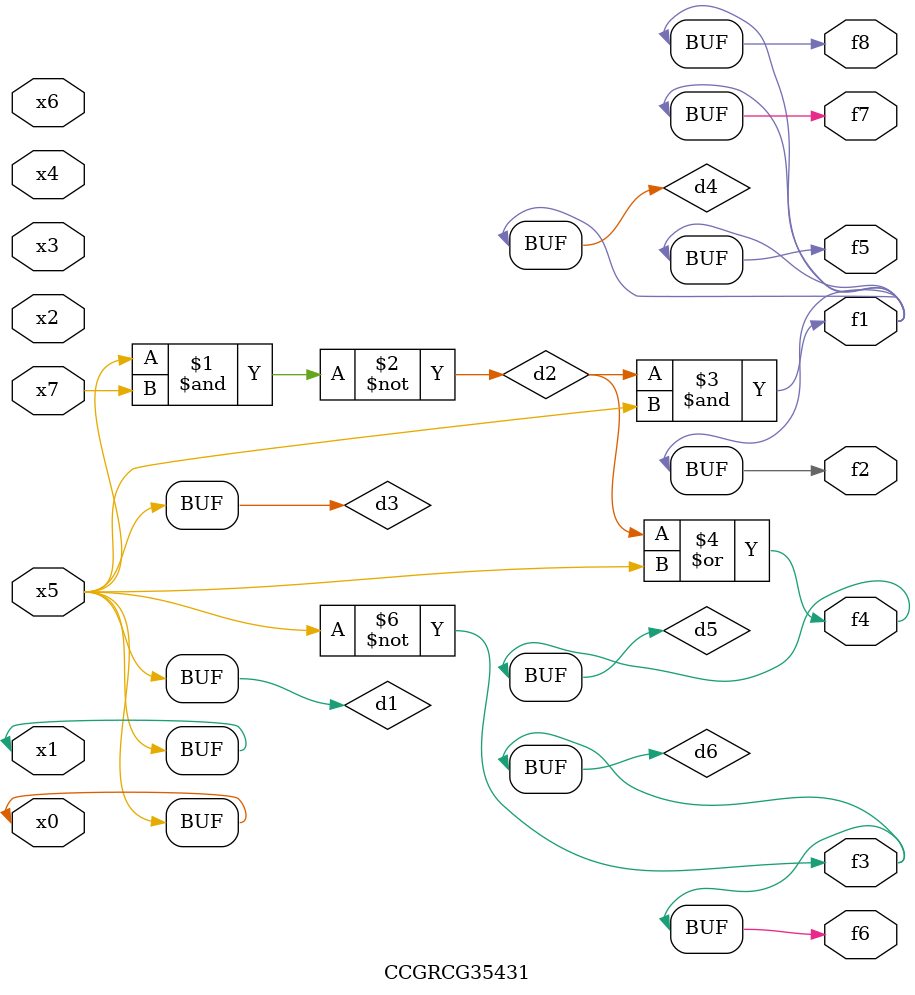
<source format=v>
module CCGRCG35431(
	input x0, x1, x2, x3, x4, x5, x6, x7,
	output f1, f2, f3, f4, f5, f6, f7, f8
);

	wire d1, d2, d3, d4, d5, d6;

	buf (d1, x0, x5);
	nand (d2, x5, x7);
	buf (d3, x0, x1);
	and (d4, d2, d3);
	or (d5, d2, d3);
	nor (d6, d1, d3);
	assign f1 = d4;
	assign f2 = d4;
	assign f3 = d6;
	assign f4 = d5;
	assign f5 = d4;
	assign f6 = d6;
	assign f7 = d4;
	assign f8 = d4;
endmodule

</source>
